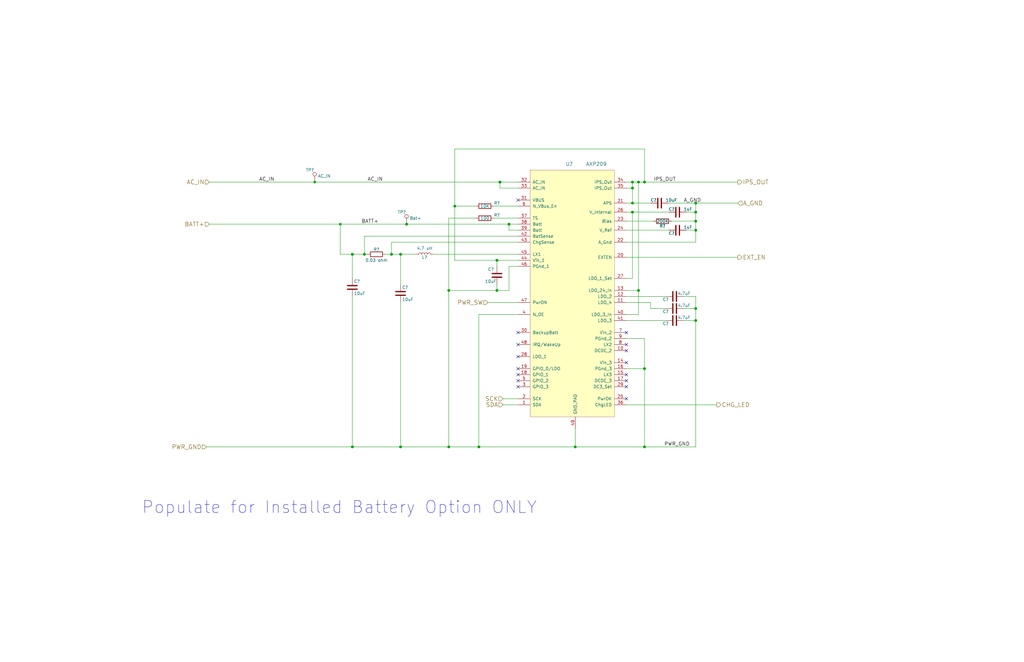
<source format=kicad_sch>
(kicad_sch (version 20211123) (generator eeschema)
  (paper "USLedger")
  (title_block (title "ConnectBox HAT-A") (date "2023-06-08") (rev "8.3.1") (company "ConnectBox") (comment 1 "JRA"))
  (lib_symbols
    (symbol "Connector:TestPoint" (pin_numbers hide) (pin_names (offset 0.762) hide)
      (property "Reference" "TP" (at 0 6.858 0))
      (property "Value" "TestPoint" (at 0 5.08 0))
      (symbol "TestPoint_0_1"
        (circle (center 0 3.302) (radius 0.762))
      )
      (symbol "TestPoint_1_1"
        (pin passive line (at 0 0 90) (length 2.54) (name "1") (number "1"))
      )
    )
    (symbol "Custom_1:AXP209" (pin_names (offset 1.016))
      (property "Reference" "U" (at -6.35 40.64 0))
      (property "Value" "AXP209" (at 5.08 40.64 0))
      (symbol "AXP209_0_1"
        (rectangle (start -22.86 38.1) (end 12.7 -66.04) (stroke (width 0.0254)) (fill (type background)))
      )
      (symbol "AXP209_1_1"
        (pin input line (at -27.94 -60.96 0) (length 5.08) (name "SDA") (number "1"))
        (pin input line (at 17.78 -38.1 180) (length 5.08) (name "DCDC_2") (number "10"))
        (pin input line (at 17.78 -17.78 180) (length 5.08) (name "LDO_4") (number "11"))
        (pin input line (at 17.78 -15.24 180) (length 5.08) (name "LDO_2") (number "12"))
        (pin input line (at 17.78 -12.7 180) (length 5.08) (name "LDO_24_In") (number "13"))
        (pin input line (at 17.78 -43.18 180) (length 5.08) (name "Vin_3") (number "14"))
        (pin input line (at 17.78 -48.26 180) (length 5.08) (name "LX3") (number "15"))
        (pin input line (at 17.78 -45.72 180) (length 5.08) (name "PGnd_3") (number "16"))
        (pin input line (at 17.78 -50.8 180) (length 5.08) (name "DCDC_3") (number "17"))
        (pin input line (at -27.94 -48.26 0) (length 5.08) (name "GPIO_1") (number "18"))
        (pin input line (at -27.94 -45.72 0) (length 5.08) (name "GPIO_0/LDO") (number "19"))
        (pin input line (at -27.94 -58.42 0) (length 5.08) (name "SCK") (number "2"))
        (pin output line (at 17.78 1.27 180) (length 5.08) (name "EXTEN") (number "20"))
        (pin input line (at 17.78 24.13 180) (length 5.08) (name "APS") (number "21"))
        (pin input line (at 17.78 7.62 180) (length 5.08) (name "A_Gnd") (number "22"))
        (pin input line (at 17.78 16.51 180) (length 5.08) (name "Bias") (number "23"))
        (pin input line (at 17.78 12.7 180) (length 5.08) (name "V_Ref") (number "24"))
        (pin input line (at 17.78 -58.42 180) (length 5.08) (name "PwrOK") (number "25"))
        (pin input line (at 17.78 20.32 180) (length 5.08) (name "V_Internal") (number "26"))
        (pin input line (at 17.78 -7.62 180) (length 5.08) (name "LDO_1_Set") (number "27"))
        (pin input line (at -27.94 -40.64 0) (length 5.08) (name "LDO_1") (number "28"))
        (pin input line (at 17.78 -53.34 180) (length 5.08) (name "DC3_Set") (number "29"))
        (pin input line (at -27.94 -53.34 0) (length 5.08) (name "GPIO_3") (number "3"))
        (pin input line (at -27.94 -30.48 0) (length 5.08) (name "BackupBatt") (number "30"))
        (pin input line (at -27.94 25.4 0) (length 5.08) (name "VBUS") (number "31"))
        (pin input line (at -27.94 33.02 0) (length 5.08) (name "AC_IN") (number "32"))
        (pin input line (at -27.94 30.48 0) (length 5.08) (name "AC_IN") (number "33"))
        (pin input line (at 17.78 33.02 180) (length 5.08) (name "IPS_Out") (number "34"))
        (pin input line (at 17.78 30.48 180) (length 5.08) (name "IPS_Out") (number "35"))
        (pin input line (at 17.78 -60.96 180) (length 5.08) (name "ChgLED") (number "36"))
        (pin input line (at -27.94 17.78 0) (length 5.08) (name "TS") (number "37"))
        (pin input line (at -27.94 15.24 0) (length 5.08) (name "Batt") (number "38"))
        (pin input line (at -27.94 12.7 0) (length 5.08) (name "Batt") (number "39"))
        (pin input line (at -27.94 -22.86 0) (length 5.08) (name "N_OE") (number "4"))
        (pin input line (at 17.78 -22.86 180) (length 5.08) (name "LDO_3_In") (number "40"))
        (pin input line (at 17.78 -25.4 180) (length 5.08) (name "LDO_3") (number "41"))
        (pin input line (at -27.94 10.16 0) (length 5.08) (name "BatSense") (number "42"))
        (pin input line (at -27.94 7.62 0) (length 5.08) (name "ChgSense") (number "43"))
        (pin input line (at -27.94 0 0) (length 5.08) (name "Vin_1") (number "44"))
        (pin input line (at -27.94 2.54 0) (length 5.08) (name "LX1") (number "45"))
        (pin input line (at -27.94 -2.54 0) (length 5.08) (name "PGnd_1") (number "46"))
        (pin input line (at -27.94 -17.78 0) (length 5.08) (name "PwrON") (number "47"))
        (pin input line (at -27.94 -35.56 0) (length 5.08) (name "IRQ/WakeUp") (number "48"))
        (pin input line (at -3.81 -71.12 90) (length 5.08) (name "GND_PAD") (number "49"))
        (pin input line (at -27.94 -50.8 0) (length 5.08) (name "GPIO_2") (number "5"))
        (pin input line (at -27.94 22.86 0) (length 5.08) (name "N_VBus_En") (number "6"))
        (pin input line (at 17.78 -30.48 180) (length 5.08) (name "Vin_2") (number "7"))
        (pin input line (at 17.78 -35.56 180) (length 5.08) (name "LX2") (number "8"))
        (pin input line (at 17.78 -33.02 180) (length 5.08) (name "PGnd_2") (number "9"))
      )
    )
    (symbol "Device:C" (pin_numbers hide) (pin_names (offset 0.254))
      (property "Reference" "C" (at 0.635 2.54 0))
      (property "Value" "C" (at 0.635 -2.54 0))
      (symbol "C_0_1"
        (polyline (pts (xy -2.032 -0.762) (xy 2.032 -0.762)) (stroke (width 0.508)))
        (polyline (pts (xy -2.032 0.762) (xy 2.032 0.762)) (stroke (width 0.508)))
      )
      (symbol "C_1_1"
        (pin passive line (at 0 3.81 270) (length 2.794) (name "~") (number "1"))
        (pin passive line (at 0 -3.81 90) (length 2.794) (name "~") (number "2"))
      )
    )
    (symbol "Device:L" (pin_numbers hide) (pin_names (offset 1.016) hide)
      (property "Reference" "L" (at -1.27 0 90))
      (property "Value" "L" (at 1.905 0 90))
      (symbol "L_0_1"
        (arc (start 0 -2.54) (mid 0.635 -1.905) (end 0 -1.27))
        (arc (start 0 -1.27) (mid 0.635 -0.635) (end 0 0))
        (arc (start 0 0) (mid 0.635 0.635) (end 0 1.27))
        (arc (start 0 1.27) (mid 0.635 1.905) (end 0 2.54))
      )
      (symbol "L_1_1"
        (pin passive line (at 0 3.81 270) (length 1.27) (name "1") (number "1"))
        (pin passive line (at 0 -3.81 90) (length 1.27) (name "2") (number "2"))
      )
    )
    (symbol "Device:R" (pin_numbers hide) (pin_names (offset 0))
      (property "Reference" "R" (at 2.032 0 90))
      (property "Value" "R" (at 0 0 90))
      (symbol "R_0_1"
        (rectangle (start -1.016 -2.54) (end 1.016 2.54) (stroke (width 0.254)))
      )
      (symbol "R_1_1"
        (pin passive line (at 0 3.81 270) (length 1.27) (name "~") (number "1"))
        (pin passive line (at 0 -3.81 90) (length 1.27) (name "~") (number "2"))
      )
    )
  )
  (junction (at 271.78 155.575) (diameter 1.016))
  (junction (at 189.23 122.555) (diameter 1.016))
  (junction (at 293.37 93.345) (diameter 1.016))
  (junction (at 210.82 76.835) (diameter 1.016))
  (junction (at 293.37 85.725) (diameter 1.016))
  (junction (at 148.59 188.595) (diameter 1.016))
  (junction (at 165.1 107.315) (diameter 1.016))
  (junction (at 293.37 89.535) (diameter 1.016))
  (junction (at 266.7 89.535) (diameter 1.016))
  (junction (at 191.77 86.995) (diameter 1.016))
  (junction (at 266.7 85.725) (diameter 1.016))
  (junction (at 168.91 107.315) (diameter 1.016))
  (junction (at 293.37 97.155) (diameter 1.016))
  (junction (at 271.78 76.835) (diameter 1.016))
  (junction (at 143.51 94.615))
  (junction (at 132.715 76.835))
  (junction (at 271.78 188.595) (diameter 1.016))
  (junction (at 148.59 107.315) (diameter 1.016))
  (junction (at 201.93 188.595) (diameter 1.016))
  (junction (at 242.57 188.595) (diameter 1.016))
  (junction (at 266.7 76.835) (diameter 1.016))
  (junction (at 209.55 109.855) (diameter 1.016))
  (junction (at 171.45 94.615) (diameter 1.016))
  (junction (at 153.67 107.315) (diameter 1.016))
  (junction (at 209.55 122.555) (diameter 1.016))
  (junction (at 269.24 122.555) (diameter 1.016))
  (junction (at 293.37 130.175) (diameter 1.016))
  (junction (at 269.24 76.835) (diameter 1.016))
  (junction (at 266.7 79.375) (diameter 1.016))
  (junction (at 293.37 135.255) (diameter 1.016))
  (junction (at 189.23 188.595) (diameter 1.016))
  (junction (at 168.91 188.595) (diameter 1.016))
  (junction (at 214.63 94.615) (diameter 1.016))
  (no_connect (at 218.44 160.655))
  (no_connect (at 264.16 158.115))
  (no_connect (at 264.16 168.275))
  (no_connect (at 264.16 147.955))
  (no_connect (at 218.44 158.115))
  (no_connect (at 218.44 140.335))
  (no_connect (at 218.44 163.195))
  (no_connect (at 264.16 145.415))
  (no_connect (at 264.16 140.335))
  (no_connect (at 218.44 84.455))
  (no_connect (at 218.44 145.415))
  (no_connect (at 218.44 155.575))
  (no_connect (at 264.16 160.655))
  (no_connect (at 218.44 150.495))
  (no_connect (at 264.16 163.195))
  (no_connect (at 264.16 153.035))
  (wire (pts (xy 165.1 107.315) (xy 168.91 107.315)))
  (wire (pts (xy 191.77 62.865) (xy 271.78 62.865)))
  (wire (pts (xy 210.82 76.835) (xy 218.44 76.835)))
  (wire (pts (xy 148.59 107.315) (xy 153.67 107.315)))
  (wire (pts (xy 143.51 107.315) (xy 148.59 107.315)))
  (wire (pts (xy 208.28 86.995) (xy 218.44 86.995)))
  (wire (pts (xy 205.74 127.635) (xy 218.44 127.635)))
  (wire (pts (xy 293.37 97.155) (xy 289.56 97.155)))
  (wire (pts (xy 168.91 107.315) (xy 175.26 107.315)))
  (wire (pts (xy 171.45 94.615) (xy 214.63 94.615)))
  (wire (pts (xy 281.94 85.725) (xy 293.37 85.725)))
  (wire (pts (xy 264.16 135.255) (xy 280.67 135.255)))
  (wire (pts (xy 288.29 130.175) (xy 293.37 130.175)))
  (wire (pts (xy 209.55 112.395) (xy 209.55 109.855)))
  (wire (pts (xy 271.78 188.595) (xy 242.57 188.595)))
  (wire (pts (xy 168.91 188.595) (xy 168.91 127.635)))
  (wire (pts (xy 264.16 85.725) (xy 266.7 85.725)))
  (wire (pts (xy 293.37 89.535) (xy 293.37 93.345)))
  (wire (pts (xy 269.24 132.715) (xy 264.16 132.715)))
  (wire (pts (xy 271.78 76.835) (xy 269.24 76.835)))
  (wire (pts (xy 132.715 76.835) (xy 210.82 76.835)))
  (wire (pts (xy 210.82 79.375) (xy 210.82 76.835)))
  (wire (pts (xy 264.16 89.535) (xy 266.7 89.535)))
  (wire (pts (xy 269.24 76.835) (xy 269.24 122.555)))
  (wire (pts (xy 148.59 125.095) (xy 148.59 188.595)))
  (wire (pts (xy 209.55 122.555) (xy 209.55 120.015)))
  (wire (pts (xy 269.24 122.555) (xy 269.24 132.715)))
  (wire (pts (xy 293.37 125.095) (xy 293.37 130.175)))
  (wire (pts (xy 189.23 188.595) (xy 201.93 188.595)))
  (wire (pts (xy 242.57 188.595) (xy 201.93 188.595)))
  (wire (pts (xy 168.91 188.595) (xy 148.59 188.595)))
  (wire (pts (xy 264.16 117.475) (xy 266.7 117.475)))
  (wire (pts (xy 293.37 85.725) (xy 311.15 85.725)))
  (wire (pts (xy 293.37 93.345) (xy 283.21 93.345)))
  (wire (pts (xy 214.63 94.615) (xy 218.44 94.615)))
  (wire (pts (xy 266.7 117.475) (xy 266.7 89.535)))
  (wire (pts (xy 209.55 122.555) (xy 189.23 122.555)))
  (wire (pts (xy 212.09 170.815) (xy 218.44 170.815)))
  (wire (pts (xy 200.66 92.075) (xy 189.23 92.075)))
  (wire (pts (xy 293.37 89.535) (xy 289.56 89.535)))
  (wire (pts (xy 264.16 127.635) (xy 274.32 127.635)))
  (wire (pts (xy 293.37 97.155) (xy 293.37 102.235)))
  (wire (pts (xy 271.78 142.875) (xy 271.78 155.575)))
  (wire (pts (xy 191.77 86.995) (xy 191.77 109.855)))
  (wire (pts (xy 148.59 117.475) (xy 148.59 107.315)))
  (wire (pts (xy 208.28 92.075) (xy 218.44 92.075)))
  (wire (pts (xy 293.37 130.175) (xy 293.37 135.255)))
  (wire (pts (xy 153.67 107.315) (xy 153.67 99.695)))
  (wire (pts (xy 281.94 97.155) (xy 264.16 97.155)))
  (wire (pts (xy 271.78 155.575) (xy 271.78 188.595)))
  (wire (pts (xy 214.63 94.615) (xy 214.63 97.155)))
  (wire (pts (xy 266.7 76.835) (xy 266.7 79.375)))
  (wire (pts (xy 264.16 125.095) (xy 280.67 125.095)))
  (wire (pts (xy 288.29 125.095) (xy 293.37 125.095)))
  (wire (pts (xy 153.67 99.695) (xy 218.44 99.695)))
  (wire (pts (xy 293.37 85.725) (xy 293.37 89.535)))
  (wire (pts (xy 191.77 109.855) (xy 209.55 109.855)))
  (wire (pts (xy 153.67 107.315) (xy 154.94 107.315)))
  (wire (pts (xy 264.16 93.345) (xy 275.59 93.345)))
  (wire (pts (xy 264.16 155.575) (xy 271.78 155.575)))
  (wire (pts (xy 271.78 76.835) (xy 311.15 76.835)))
  (wire (pts (xy 288.29 135.255) (xy 293.37 135.255)))
  (wire (pts (xy 242.57 188.595) (xy 242.57 180.975)))
  (wire (pts (xy 264.16 170.815) (xy 302.26 170.815)))
  (wire (pts (xy 266.7 89.535) (xy 281.94 89.535)))
  (wire (pts (xy 201.93 132.715) (xy 201.93 188.595)))
  (wire (pts (xy 218.44 132.715) (xy 201.93 132.715)))
  (wire (pts (xy 182.88 107.315) (xy 218.44 107.315)))
  (wire (pts (xy 266.7 79.375) (xy 266.7 85.725)))
  (wire (pts (xy 218.44 79.375) (xy 210.82 79.375)))
  (wire (pts (xy 264.16 142.875) (xy 271.78 142.875)))
  (wire (pts (xy 293.37 93.345) (xy 293.37 97.155)))
  (wire (pts (xy 212.09 168.275) (xy 218.44 168.275)))
  (wire (pts (xy 189.23 92.075) (xy 189.23 122.555)))
  (wire (pts (xy 143.51 94.615) (xy 171.45 94.615)))
  (wire (pts (xy 86.995 188.595) (xy 148.59 188.595)))
  (wire (pts (xy 264.16 102.235) (xy 293.37 102.235)))
  (wire (pts (xy 218.44 102.235) (xy 165.1 102.235)))
  (wire (pts (xy 209.55 109.855) (xy 218.44 109.855)))
  (wire (pts (xy 271.78 188.595) (xy 293.37 188.595)))
  (wire (pts (xy 200.66 86.995) (xy 191.77 86.995)))
  (wire (pts (xy 274.32 127.635) (xy 274.32 130.175)))
  (wire (pts (xy 293.37 135.255) (xy 293.37 188.595)))
  (wire (pts (xy 162.56 107.315) (xy 165.1 107.315)))
  (wire (pts (xy 218.44 112.395) (xy 214.63 112.395)))
  (wire (pts (xy 189.23 122.555) (xy 189.23 188.595)))
  (wire (pts (xy 191.77 62.865) (xy 191.77 86.995)))
  (wire (pts (xy 274.32 130.175) (xy 280.67 130.175)))
  (wire (pts (xy 264.16 122.555) (xy 269.24 122.555)))
  (wire (pts (xy 264.16 108.585) (xy 311.15 108.585)))
  (wire (pts (xy 266.7 85.725) (xy 274.32 85.725)))
  (wire (pts (xy 214.63 112.395) (xy 214.63 122.555)))
  (wire (pts (xy 88.265 76.835) (xy 132.715 76.835)))
  (wire (pts (xy 214.63 97.155) (xy 218.44 97.155)))
  (wire (pts (xy 143.51 94.615) (xy 143.51 107.315)))
  (wire (pts (xy 168.91 107.315) (xy 168.91 120.015)))
  (wire (pts (xy 168.91 188.595) (xy 189.23 188.595)))
  (wire (pts (xy 271.78 62.865) (xy 271.78 76.835)))
  (wire (pts (xy 88.265 94.615) (xy 143.51 94.615)))
  (wire (pts (xy 214.63 122.555) (xy 209.55 122.555)))
  (wire (pts (xy 269.24 76.835) (xy 266.7 76.835)))
  (wire (pts (xy 264.16 79.375) (xy 266.7 79.375)))
  (wire (pts (xy 165.1 102.235) (xy 165.1 107.315)))
  (wire (pts (xy 266.7 76.835) (xy 264.16 76.835)))
  (text "Populate for Installed Battery Option ONLY" (at 59.69 217.17 0) (effects (font (size 5.08 5.08)) (justify left bottom)))
  (label "PWR_GND" (at 280.035 188.595 0) (effects (font (size 1.524 1.524))))
  (label "IPS_OUT" (at 275.59 76.835 0) (effects (font (size 1.524 1.524))))
  (label "A_GND" (at 288.29 85.725 0) (effects (font (size 1.524 1.524))))
  (label "BATT+" (at 152.4 94.615 0) (effects (font (size 1.524 1.524))))
  (label "AC_IN" (at 154.94 76.835 0) (effects (font (size 1.524 1.524))))
  (label "AC_IN" (at 109.22 76.835 0) (effects (font (size 1.524 1.524))))
  (hierarchical_label "PWR_SW" (shape input) (at 205.74 127.635 180) (effects (font (size 1.778 1.778))))
  (hierarchical_label "CHG_LED" (shape output) (at 302.26 170.815 0) (effects (font (size 1.778 1.778))))
  (hierarchical_label "BATT+" (shape input) (at 88.265 94.615 180) (effects (font (size 1.778 1.778))))
  (hierarchical_label "AC_IN" (shape input) (at 88.265 76.835 180) (effects (font (size 1.778 1.778))))
  (hierarchical_label "SDA" (shape input) (at 212.09 170.815 180) (effects (font (size 1.778 1.778))))
  (hierarchical_label "EXT_EN" (shape output) (at 311.15 108.585 0) (effects (font (size 1.778 1.778))))
  (hierarchical_label "A_GND" (shape input) (at 311.15 85.725 0) (effects (font (size 1.778 1.778))))
  (hierarchical_label "PWR_GND" (shape input) (at 86.995 188.595 180) (effects (font (size 1.778 1.778))))
  (hierarchical_label "IPS_OUT" (shape output) (at 311.15 76.835 0) (effects (font (size 1.778 1.778))))
  (hierarchical_label "SCK" (shape input) (at 212.09 168.275 180) (effects (font (size 1.778 1.778))))
  (symbol (lib_id "Device:C") (at 148.59 121.285 0) (unit 1)
    (property "Reference" "C?" (at 149.225 118.745 0) (effects (justify left)))
    (property "Value" "10uF" (at 149.225 123.825 0) (effects (justify left)))
    (property "Footprint" "Capacitor_SMD:C_0805_2012Metric" (effects hide))
    (property "Manufacturer" "Samsung Electro-Mechanics" (effects hide))
    (property "Manufacturer P/N" "CL21A106MPFNNNE" (effects hide))
    (property "Description" "CAP CER 10UF 10V X5R 0805" (effects hide))
    (property "DigiKey P/N" "1276-1144-1-ND" (effects hide))
    (property "Type" "SMD" (effects hide))
  )
  (symbol (lib_id "Device:R") (at 158.75 107.315 90) (unit 1)
    (property "Reference" "R?" (at 158.75 105.283 90))
    (property "Value" "0.03 ohm" (at 158.75 109.855 90))
    (property "Footprint" "Resistor_SMD:R_0805_2012Metric" (effects hide))
    (property "Manufacturer" "Panasonic Electronic Components" (effects hide))
    (property "Manufacturer P/N" "ERJ-6CWFR030V" (effects hide))
    (property "Description" "RES 0.03 OHM 1% 1/2W 0805" (effects hide))
    (property "DigiKey P/N" "P19207CT-ND" (effects hide))
    (property "Type" "SMD" (effects hide))
  )
  (symbol (lib_id "Device:C") (at 168.91 123.825 0) (unit 1)
    (property "Reference" "C?" (at 169.545 121.285 0) (effects (justify left)))
    (property "Value" "10uF" (at 169.545 126.365 0) (effects (justify left)))
    (property "Footprint" "Capacitor_SMD:C_0805_2012Metric" (effects hide))
    (property "Manufacturer" "Samsung Electro-Mechanics" (effects hide))
    (property "Manufacturer P/N" "CL21A106MPFNNNE" (effects hide))
    (property "Description" "CAP CER 10UF 10V X5R 0805" (effects hide))
    (property "DigiKey P/N" "1276-1144-1-ND" (effects hide))
    (property "Type" "SMD" (effects hide))
  )
  (symbol (lib_id "Device:R") (at 204.47 92.075 270) (unit 1)
    (property "Reference" "R?" (at 209.55 90.805 90))
    (property "Value" "100" (at 204.47 92.075 90))
    (property "Footprint" "Resistor_SMD:R_0805_2012Metric" (effects hide))
    (property "Manufacturer" "Yageo" (effects hide))
    (property "Manufacturer P/N" "RC0805FR-07100RL" (effects hide))
    (property "Description" "RES SMD 100 OHM 1% 1/8W 0805" (effects hide))
    (property "DigiKey P/N" "311-100CRCT-ND" (effects hide))
    (property "Type" "SMD" (effects hide))
  )
  (symbol (lib_id "Device:R") (at 204.47 86.995 270) (unit 1)
    (property "Reference" "R?" (at 209.55 85.725 90))
    (property "Value" "10K" (at 204.47 86.995 90))
    (property "Footprint" "Resistor_SMD:R_0805_2012Metric" (effects hide))
    (property "Manufacturer" "Yageo" (effects hide))
    (property "Manufacturer P/N" "RC0805FR-0710KL" (effects hide))
    (property "Description" "RES SMD 10K OHM 1% 1/8W 0805" (effects hide))
    (property "DigiKey P/N" "311-10.0KCRCT-ND" (effects hide))
    (property "Type" "SMD" (effects hide))
  )
  (symbol (lib_id "Device:R") (at 279.4 93.345 270) (unit 1)
    (property "Reference" "R?" (at 279.4 95.377 90))
    (property "Value" "200K" (at 279.4 93.345 90))
    (property "Footprint" "Resistor_SMD:R_0805_2012Metric" (effects hide))
    (property "Manufacturer" "Yageo" (effects hide))
    (property "Manufacturer P/N" "RC0805FR-07200KL" (effects hide))
    (property "Description" "RES SMD 200K OHM 1% 1/8W 0805" (effects hide))
    (property "DigiKey P/N" "311-200KCRCT-ND" (effects hide))
    (property "Type" "SMD" (effects hide))
  )
  (symbol (lib_id "Device:C") (at 285.75 89.535 270) (unit 1)
    (property "Reference" "C?" (at 281.94 88.265 90) (effects (justify left)))
    (property "Value" "1uF" (at 288.29 88.265 90) (effects (justify left)))
    (property "Footprint" "Capacitor_SMD:C_0805_2012Metric" (effects hide))
    (property "Manufacturer" "KEMET" (effects hide))
    (property "Manufacturer P/N" "C0805C105K8PACTU" (effects hide))
    (property "Description" "CAP CER 1UF 10V X5R 0805" (effects hide))
    (property "DigiKey P/N" "399-8006-1-ND" (effects hide))
    (property "Type" "SMD" (effects hide))
  )
  (symbol (lib_id "Device:C") (at 285.75 97.155 270) (unit 1)
    (property "Reference" "C?" (at 281.94 98.425 90) (effects (justify left)))
    (property "Value" "1uF" (at 288.29 95.885 90) (effects (justify left)))
    (property "Footprint" "Capacitor_SMD:C_0805_2012Metric" (effects hide))
    (property "Manufacturer" "KEMET" (effects hide))
    (property "Manufacturer P/N" "C0805C105K8PACTU" (effects hide))
    (property "Description" "CAP CER 1UF 10V X5R 0805" (effects hide))
    (property "DigiKey P/N" "399-8006-1-ND" (effects hide))
    (property "Type" "SMD" (effects hide))
  )
  (symbol (lib_id "Device:C") (at 278.13 85.725 270) (unit 1)
    (property "Reference" "C?" (at 274.32 84.455 90) (effects (justify left)))
    (property "Value" "10uF" (at 280.67 84.455 90) (effects (justify left)))
    (property "Footprint" "Capacitor_SMD:C_0805_2012Metric" (effects hide))
    (property "Manufacturer" "Samsung Electro-Mechanics" (effects hide))
    (property "Manufacturer P/N" "CL21A106MPFNNNE" (effects hide))
    (property "Description" "CAP CER 10UF 10V X5R 0805" (effects hide))
    (property "DigiKey P/N" "1276-1144-1-ND" (effects hide))
    (property "Type" "SMD" (effects hide))
  )
  (symbol (lib_id "Device:C") (at 209.55 116.205 0) (unit 1)
    (property "Reference" "C?" (at 205.74 113.665 0) (effects (justify left)))
    (property "Value" "10uF" (at 204.47 118.745 0) (effects (justify left)))
    (property "Footprint" "Capacitor_SMD:C_0805_2012Metric" (effects hide))
    (property "Manufacturer" "Samsung Electro-Mechanics" (effects hide))
    (property "Manufacturer P/N" "CL21A106MPFNNNE" (effects hide))
    (property "Description" "CAP CER 10UF 10V X5R 0805" (effects hide))
    (property "DigiKey P/N" "1276-1144-1-ND" (effects hide))
    (property "Type" "SMD" (effects hide))
  )
  (symbol (lib_id "Custom_1:AXP209") (at 246.38 109.855 0) (unit 1)
    (property "Reference" "U?" (at 240.03 69.215 0) (effects (font (size 1.524 1.524))))
    (property "Value" "AXP209" (at 251.46 69.215 0) (effects (font (size 1.524 1.524))))
    (property "Footprint" "CustomComponents:UQFN-48-1EP_6x6mm_Pitch0.4mm_75" (effects hide))
    (property "Datasheet" "http://www.kynix.com/Detail/120792/AXP209.html" (effects hide))
    (property "Manufacturer" "X-Powers" (effects hide))
    (property "Manufacturer P/N" "AXP209" (effects hide))
    (property "Description" "Enhanced single Cell Li-Battery and Power System Management IC" (effects hide))
    (property "Type" "SMD" (effects hide))
  )
  (symbol (lib_id "Device:C") (at 284.48 125.095 270) (unit 1)
    (property "Reference" "C?" (at 279.4 126.365 90) (effects (justify left)))
    (property "Value" "4.7uF" (at 285.75 123.825 90) (effects (justify left)))
    (property "Footprint" "Capacitor_SMD:C_0805_2012Metric" (effects hide))
    (property "Manufacturer" "Samsung Electro-Mechanics" (effects hide))
    (property "Manufacturer P/N" "CL21B475KPFNNNE" (effects hide))
    (property "Description" "CAP CER 4.7UF 10V X7R 0805" (effects hide))
    (property "DigiKey P/N" "1276-2972-1-ND" (effects hide))
    (property "Type" "SMD" (effects hide))
  )
  (symbol (lib_id "Device:C") (at 284.48 130.175 270) (unit 1)
    (property "Reference" "C?" (at 279.4 131.445 90) (effects (justify left)))
    (property "Value" "4.7uF" (at 285.75 128.905 90) (effects (justify left)))
    (property "Footprint" "Capacitor_SMD:C_0805_2012Metric" (effects hide))
    (property "Manufacturer" "Samsung Electro-Mechanics" (effects hide))
    (property "Manufacturer P/N" "CL21B475KPFNNNE" (effects hide))
    (property "Description" "CAP CER 4.7UF 10V X7R 0805" (effects hide))
    (property "DigiKey P/N" "1276-2972-1-ND" (effects hide))
    (property "Type" "SMD" (effects hide))
  )
  (symbol (lib_id "Device:C") (at 284.48 135.255 270) (unit 1)
    (property "Reference" "C?" (at 279.4 136.525 90) (effects (justify left)))
    (property "Value" "4.7uF" (at 285.75 133.985 90) (effects (justify left)))
    (property "Footprint" "Capacitor_SMD:C_0805_2012Metric" (effects hide))
    (property "Manufacturer" "Samsung Electro-Mechanics" (effects hide))
    (property "Manufacturer P/N" "CL21B475KPFNNNE" (effects hide))
    (property "Description" "CAP CER 4.7UF 10V X7R 0805" (effects hide))
    (property "DigiKey P/N" "1276-2972-1-ND" (effects hide))
    (property "Type" "SMD" (effects hide))
  )
  (symbol (lib_id "Device:L") (at 179.07 107.315 90) (unit 1)
    (property "Reference" "L?" (at 179.07 108.585 90))
    (property "Value" "4.7 uH" (at 179.07 104.775 90))
    (property "Footprint" "CustomComponents:INDUCTOR_SMD_6x6-1" (effects hide))
    (property "Manufacturer" "Taiyo Yuden" (effects hide))
    (property "Manufacturer P/N" "NR6028T4R7M" (effects hide))
    (property "Description" "FIXED IND 4.7UH 3A 40.3 MOHM SMD" (effects hide))
    (property "DigiKey P/N" "587-2100-1-ND" (effects hide))
    (property "Type" "SMD" (effects hide))
  )
  (symbol (lib_id "Connector:TestPoint") (at 171.45 94.615 0) (unit 1)
    (property "Reference" "TP?" (at 167.64 89.535 0) (effects (justify left)))
    (property "Value" "Bat+" (at 172.72 92.075 0) (effects (justify left)))
    (property "Footprint" "TestPoint:TestPoint_THTPad_D1.5mm_Drill0.7mm" (effects hide))
  )
  (symbol (lib_id "Connector:TestPoint") (at 132.715 76.835 0) (unit 1)
    (property "Reference" "TP?" (at 128.905 71.755 0) (effects (justify left)))
    (property "Value" "AC_IN" (at 133.985 74.295 0) (effects (justify left)))
    (property "Footprint" "TestPoint:TestPoint_THTPad_D1.5mm_Drill0.7mm" (effects hide))
  )
)
</source>
